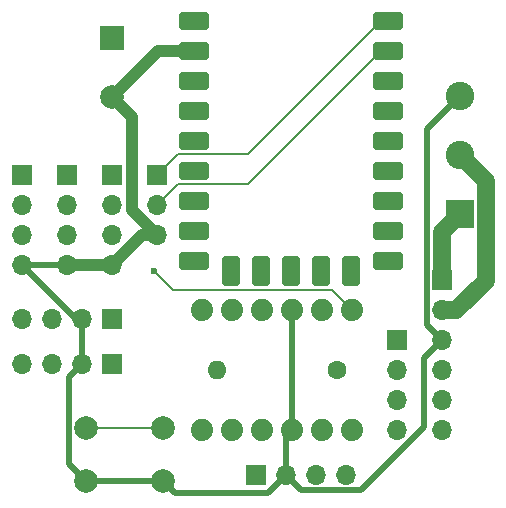
<source format=gbr>
%TF.GenerationSoftware,KiCad,Pcbnew,8.0.7*%
%TF.CreationDate,2025-01-10T12:44:58+00:00*%
%TF.ProjectId,AstroDroid-v1,41737472-6f44-4726-9f69-642d76312e6b,rev?*%
%TF.SameCoordinates,Original*%
%TF.FileFunction,Copper,L4,Bot*%
%TF.FilePolarity,Positive*%
%FSLAX46Y46*%
G04 Gerber Fmt 4.6, Leading zero omitted, Abs format (unit mm)*
G04 Created by KiCad (PCBNEW 8.0.7) date 2025-01-10 12:44:58*
%MOMM*%
%LPD*%
G01*
G04 APERTURE LIST*
G04 Aperture macros list*
%AMRoundRect*
0 Rectangle with rounded corners*
0 $1 Rounding radius*
0 $2 $3 $4 $5 $6 $7 $8 $9 X,Y pos of 4 corners*
0 Add a 4 corners polygon primitive as box body*
4,1,4,$2,$3,$4,$5,$6,$7,$8,$9,$2,$3,0*
0 Add four circle primitives for the rounded corners*
1,1,$1+$1,$2,$3*
1,1,$1+$1,$4,$5*
1,1,$1+$1,$6,$7*
1,1,$1+$1,$8,$9*
0 Add four rect primitives between the rounded corners*
20,1,$1+$1,$2,$3,$4,$5,0*
20,1,$1+$1,$4,$5,$6,$7,0*
20,1,$1+$1,$6,$7,$8,$9,0*
20,1,$1+$1,$8,$9,$2,$3,0*%
G04 Aperture macros list end*
%TA.AperFunction,ComponentPad*%
%ADD10C,2.000000*%
%TD*%
%TA.AperFunction,ComponentPad*%
%ADD11R,2.413000X2.413000*%
%TD*%
%TA.AperFunction,ComponentPad*%
%ADD12C,2.413000*%
%TD*%
%TA.AperFunction,ComponentPad*%
%ADD13R,1.700000X1.700000*%
%TD*%
%TA.AperFunction,ComponentPad*%
%ADD14O,1.700000X1.700000*%
%TD*%
%TA.AperFunction,ComponentPad*%
%ADD15RoundRect,0.400050X-0.899950X-0.400050X0.899950X-0.400050X0.899950X0.400050X-0.899950X0.400050X0*%
%TD*%
%TA.AperFunction,ComponentPad*%
%ADD16RoundRect,0.393700X-0.393700X-0.906300X0.393700X-0.906300X0.393700X0.906300X-0.393700X0.906300X0*%
%TD*%
%TA.AperFunction,ComponentPad*%
%ADD17RoundRect,0.400000X-0.400000X-0.900000X0.400000X-0.900000X0.400000X0.900000X-0.400000X0.900000X0*%
%TD*%
%TA.AperFunction,ComponentPad*%
%ADD18RoundRect,0.400000X-0.900000X-0.400000X0.900000X-0.400000X0.900000X0.400000X-0.900000X0.400000X0*%
%TD*%
%TA.AperFunction,ComponentPad*%
%ADD19O,1.600000X1.600000*%
%TD*%
%TA.AperFunction,ComponentPad*%
%ADD20C,1.600000*%
%TD*%
%TA.AperFunction,ComponentPad*%
%ADD21R,2.000000X2.000000*%
%TD*%
%TA.AperFunction,ComponentPad*%
%ADD22C,1.879600*%
%TD*%
%TA.AperFunction,ViaPad*%
%ADD23C,0.600000*%
%TD*%
%TA.AperFunction,Conductor*%
%ADD24C,0.200000*%
%TD*%
%TA.AperFunction,Conductor*%
%ADD25C,0.500000*%
%TD*%
%TA.AperFunction,Conductor*%
%ADD26C,1.000000*%
%TD*%
%TA.AperFunction,Conductor*%
%ADD27C,1.500000*%
%TD*%
G04 APERTURE END LIST*
D10*
%TO.P,SW1,1,A*%
%TO.N,GND*%
X83312000Y-94234000D03*
X76812000Y-94234000D03*
%TO.P,SW1,2,B*%
%TO.N,/sw*%
X83312000Y-89734000D03*
X76812000Y-89734000D03*
%TD*%
D11*
%TO.P,J2,1,Mtr_PwrA*%
%TO.N,Net-(J2-Mtr_PwrA)*%
X108458000Y-71628000D03*
D12*
%TO.P,J2,2,MtrPwrB*%
%TO.N,Net-(J2-MtrPwrB)*%
X108458000Y-66629280D03*
%TO.P,J2,3,GND*%
%TO.N,GND*%
X108458000Y-61628020D03*
%TD*%
D13*
%TO.P,Motor1,1,Mtr_PwrA*%
%TO.N,Net-(J2-Mtr_PwrA)*%
X106934000Y-77216000D03*
D14*
%TO.P,Motor1,2,Mtr_PwrB*%
%TO.N,Net-(J2-MtrPwrB)*%
X106934000Y-79756000D03*
%TO.P,Motor1,3,GND*%
%TO.N,GND*%
X106934000Y-82296000D03*
%TO.P,Motor1,4,VCC*%
%TO.N,+3V3*%
X106934000Y-84836000D03*
%TO.P,Motor1,5,EncoderA*%
%TO.N,/EncA*%
X106934000Y-87376000D03*
%TO.P,Motor1,6,EncoderB*%
%TO.N,/EncB*%
X106934000Y-89916000D03*
%TD*%
D13*
%TO.P,J3,1,TX*%
%TO.N,Net-(J3-TX)*%
X82804000Y-68326000D03*
D14*
%TO.P,J3,2,RX*%
%TO.N,Net-(J3-RX)*%
X82804000Y-70866000D03*
%TO.P,J3,3,GND*%
%TO.N,GND*%
X82804000Y-73406000D03*
%TD*%
D13*
%TO.P,WS2812B-2,1,Out*%
%TO.N,Net-(WS2812B-2-Out)*%
X78994000Y-84328000D03*
D14*
%TO.P,WS2812B-2,2,Gnd*%
%TO.N,GND*%
X76454000Y-84328000D03*
%TO.P,WS2812B-2,3,In*%
%TO.N,Net-(WS2812B-1-Out)*%
X73914000Y-84328000D03*
%TO.P,WS2812B-2,4,VDD*%
%TO.N,+5V*%
X71374000Y-84328000D03*
%TD*%
D13*
%TO.P,WS2812B-1,1,Out*%
%TO.N,Net-(WS2812B-1-Out)*%
X78994000Y-80518000D03*
D14*
%TO.P,WS2812B-1,2,Gnd*%
%TO.N,GND*%
X76454000Y-80518000D03*
%TO.P,WS2812B-1,3,In*%
%TO.N,Net-(WS2812B-1-In)*%
X73914000Y-80518000D03*
%TO.P,WS2812B-1,4,VDD*%
%TO.N,+5V*%
X71374000Y-80518000D03*
%TD*%
D15*
%TO.P,RZ1,32,5V*%
%TO.N,+5V*%
X85951000Y-55297000D03*
%TO.P,RZ1,31,GND*%
%TO.N,GND*%
X85951000Y-57837000D03*
%TO.P,RZ1,30,3V3*%
%TO.N,+3V3*%
X85951000Y-60377000D03*
%TO.P,RZ1,29,GP29*%
%TO.N,unconnected-(RZ1-GP29-Pad29)*%
X85951000Y-62917000D03*
%TO.P,RZ1,28,GP28*%
%TO.N,unconnected-(RZ1-GP28-Pad28)*%
X85951000Y-65457000D03*
%TO.P,RZ1,27,GP27*%
%TO.N,/Trigger-1*%
X85951000Y-67997000D03*
%TO.P,RZ1,26,GP26*%
%TO.N,/Trigger-2*%
X85951000Y-70537000D03*
%TO.P,RZ1,15,GP15*%
%TO.N,/Trigger-3*%
X85951000Y-73077000D03*
%TO.P,RZ1,14,GP14*%
%TO.N,/sw*%
X85951000Y-75617000D03*
D16*
%TO.P,RZ1,13,GP13*%
%TO.N,/WS2812B*%
X89091000Y-76427000D03*
%TO.P,RZ1,12,GP12*%
%TO.N,/Echo-1*%
X91631000Y-76427000D03*
%TO.P,RZ1,11,GP11*%
%TO.N,/Echo-2*%
X94171000Y-76427000D03*
%TO.P,RZ1,10,GP10*%
%TO.N,/Echo-3*%
X96711000Y-76427000D03*
D17*
%TO.P,RZ1,9,GP9*%
%TO.N,/SCL*%
X99251000Y-76427000D03*
D15*
%TO.P,RZ1,8,GP8*%
%TO.N,/SDA*%
X102391000Y-75617000D03*
%TO.P,RZ1,7,GP7*%
%TO.N,/Headlight*%
X102391000Y-73077000D03*
%TO.P,RZ1,6,GP6*%
%TO.N,/Taillight*%
X102391000Y-70537000D03*
%TO.P,RZ1,5,GP5*%
%TO.N,/EncA*%
X102391000Y-67997000D03*
D18*
%TO.P,RZ1,4,GP4*%
%TO.N,/EncB*%
X102391000Y-65457000D03*
%TO.P,RZ1,3,GP3*%
%TO.N,/MtrA*%
X102391000Y-62917000D03*
%TO.P,RZ1,2,GP2*%
%TO.N,/MtrB*%
X102391000Y-60377000D03*
%TO.P,RZ1,1,GP1*%
%TO.N,Net-(J3-RX)*%
X102391000Y-57837000D03*
%TO.P,RZ1,0,GP0*%
%TO.N,Net-(J3-TX)*%
X102391000Y-55297000D03*
%TD*%
D19*
%TO.P,R1,2*%
%TO.N,Net-(WS2812B-1-In)*%
X87884000Y-84836000D03*
D20*
%TO.P,R1,1*%
%TO.N,Net-(B1-HV_TXO_1)*%
X98044000Y-84836000D03*
%TD*%
D14*
%TO.P,L298N1,4,IN4*%
%TO.N,/Taillight*%
X103124000Y-89916000D03*
%TO.P,L298N1,3,IN3*%
%TO.N,/Headlight*%
X103124000Y-87376000D03*
%TO.P,L298N1,2,IN2*%
%TO.N,/MtrB*%
X103124000Y-84836000D03*
D13*
%TO.P,L298N1,1,IN1*%
%TO.N,/MtrA*%
X103124000Y-82296000D03*
%TD*%
%TO.P,HCSR04-3,1,VCC*%
%TO.N,+5V*%
X78994000Y-68326000D03*
D14*
%TO.P,HCSR04-3,2,Trig*%
%TO.N,/Trigger-3*%
X78994000Y-70866000D03*
%TO.P,HCSR04-3,3,Echo*%
%TO.N,/Echo-HV-3*%
X78994000Y-73406000D03*
%TO.P,HCSR04-3,4,GND*%
%TO.N,GND*%
X78994000Y-75946000D03*
%TD*%
D13*
%TO.P,HCSR04-2,1,VCC*%
%TO.N,+5V*%
X75184000Y-68336000D03*
D14*
%TO.P,HCSR04-2,2,Trig*%
%TO.N,/Trigger-2*%
X75184000Y-70876000D03*
%TO.P,HCSR04-2,3,Echo*%
%TO.N,/Echo-HV-2*%
X75184000Y-73416000D03*
%TO.P,HCSR04-2,4,GND*%
%TO.N,GND*%
X75184000Y-75956000D03*
%TD*%
D13*
%TO.P,HCSR04-1,1,VCC*%
%TO.N,+5V*%
X71374000Y-68326000D03*
D14*
%TO.P,HCSR04-1,2,Trig*%
%TO.N,/Trigger-1*%
X71374000Y-70866000D03*
%TO.P,HCSR04-1,3,Echo*%
%TO.N,/Echo-HV-1*%
X71374000Y-73406000D03*
%TO.P,HCSR04-1,4,GND*%
%TO.N,GND*%
X71374000Y-75946000D03*
%TD*%
D10*
%TO.P,C1,2*%
%TO.N,GND*%
X78994000Y-61722000D03*
D21*
%TO.P,C1,1*%
%TO.N,+5V*%
X78994000Y-56722000D03*
%TD*%
D22*
%TO.P,B1,GND1,GND*%
%TO.N,GND*%
X94234000Y-89916000D03*
%TO.P,B1,GND2,GND*%
X94234000Y-79756000D03*
%TO.P,B1,HV,HV*%
%TO.N,+5V*%
X91694000Y-79756000D03*
%TO.P,B1,HV1,HV_TXO_1*%
%TO.N,Net-(B1-HV_TXO_1)*%
X86614000Y-79756000D03*
%TO.P,B1,HV2,HV_RXI_1*%
%TO.N,/Echo-HV-1*%
X89154000Y-79756000D03*
%TO.P,B1,HV3,HV_RXI_2*%
%TO.N,/Echo-HV-2*%
X96774000Y-79756000D03*
%TO.P,B1,HV4,HV_TXO_2*%
%TO.N,/Echo-HV-3*%
X99314000Y-79756000D03*
%TO.P,B1,LV,LV*%
%TO.N,+3V3*%
X91694000Y-89916000D03*
%TO.P,B1,LV1,LV_TXI_1*%
%TO.N,/WS2812B*%
X86614000Y-89916000D03*
%TO.P,B1,LV2,LV_RXO_1*%
%TO.N,/Echo-1*%
X89154000Y-89916000D03*
%TO.P,B1,LV3,LV_RXO_2*%
%TO.N,/Echo-2*%
X96774000Y-89916000D03*
%TO.P,B1,LV4,LV_TXI_2*%
%TO.N,/Echo-3*%
X99314000Y-89916000D03*
%TD*%
D13*
%TO.P,ADT1,1,VCC*%
%TO.N,+3V3*%
X91186000Y-93726000D03*
D14*
%TO.P,ADT1,2,GND*%
%TO.N,GND*%
X93726000Y-93726000D03*
%TO.P,ADT1,3,SCL*%
%TO.N,/SCL*%
X96266000Y-93726000D03*
%TO.P,ADT1,4,SDA*%
%TO.N,/SDA*%
X98806000Y-93726000D03*
%TD*%
D23*
%TO.N,/Echo-HV-3*%
X82550000Y-76454000D03*
%TD*%
D24*
%TO.N,/Echo-HV-3*%
X99314000Y-79756000D02*
X97585000Y-78027000D01*
X97585000Y-78027000D02*
X84123000Y-78027000D01*
X84123000Y-78027000D02*
X82550000Y-76454000D01*
D25*
%TO.N,GND*%
X108458000Y-61628020D02*
X105634000Y-64452020D01*
X105634000Y-64452020D02*
X105634000Y-80996000D01*
X105634000Y-80996000D02*
X106934000Y-82296000D01*
X106934000Y-82296000D02*
X105398000Y-83832000D01*
X105398000Y-83832000D02*
X105398000Y-89686000D01*
X105398000Y-89686000D02*
X100058000Y-95026000D01*
X100058000Y-95026000D02*
X95026000Y-95026000D01*
X95026000Y-95026000D02*
X93726000Y-93726000D01*
X94234000Y-89916000D02*
X94234000Y-79756000D01*
X93726000Y-93726000D02*
X93726000Y-90424000D01*
X93726000Y-90424000D02*
X94234000Y-89916000D01*
X83312000Y-94234000D02*
X84312000Y-95234000D01*
X84312000Y-95234000D02*
X92218000Y-95234000D01*
X92218000Y-95234000D02*
X93726000Y-93726000D01*
X76812000Y-94234000D02*
X83312000Y-94234000D01*
X76454000Y-84328000D02*
X75362000Y-85420000D01*
X75362000Y-85420000D02*
X75362000Y-92784000D01*
X75362000Y-92784000D02*
X76812000Y-94234000D01*
X76454000Y-80518000D02*
X76454000Y-84328000D01*
X71374000Y-75946000D02*
X75946000Y-80518000D01*
X75946000Y-80518000D02*
X76454000Y-80518000D01*
X71374000Y-75946000D02*
X75174000Y-75946000D01*
X75174000Y-75946000D02*
X75184000Y-75956000D01*
D26*
X78994000Y-75946000D02*
X75194000Y-75946000D01*
X75194000Y-75946000D02*
X75184000Y-75956000D01*
X82804000Y-73406000D02*
X81534000Y-73406000D01*
X81534000Y-73406000D02*
X78994000Y-75946000D01*
X78994000Y-61722000D02*
X80644000Y-63372000D01*
X80644000Y-63372000D02*
X80644000Y-71246000D01*
X80644000Y-71246000D02*
X82804000Y-73406000D01*
D24*
%TO.N,/sw*%
X76812000Y-89734000D02*
X83312000Y-89734000D01*
%TO.N,Net-(J3-RX)*%
X101791000Y-57837000D02*
X90530900Y-69097100D01*
X90530900Y-69097100D02*
X84572900Y-69097100D01*
X84572900Y-69097100D02*
X82804000Y-70866000D01*
%TO.N,Net-(J3-TX)*%
X101791000Y-55297000D02*
X90530900Y-66557100D01*
X90530900Y-66557100D02*
X84572900Y-66557100D01*
X84572900Y-66557100D02*
X82804000Y-68326000D01*
D27*
%TO.N,Net-(J2-MtrPwrB)*%
X106934000Y-79756000D02*
X108136081Y-79756000D01*
X108136081Y-79756000D02*
X110614500Y-77277581D01*
X110614500Y-77277581D02*
X110614500Y-68785780D01*
X110614500Y-68785780D02*
X108458000Y-66629280D01*
%TO.N,Net-(J2-Mtr_PwrA)*%
X106934000Y-77216000D02*
X106934000Y-73152000D01*
X106934000Y-73152000D02*
X108458000Y-71628000D01*
D26*
%TO.N,GND*%
X86551000Y-57837000D02*
X82879000Y-57837000D01*
X82879000Y-57837000D02*
X78994000Y-61722000D01*
%TD*%
M02*

</source>
